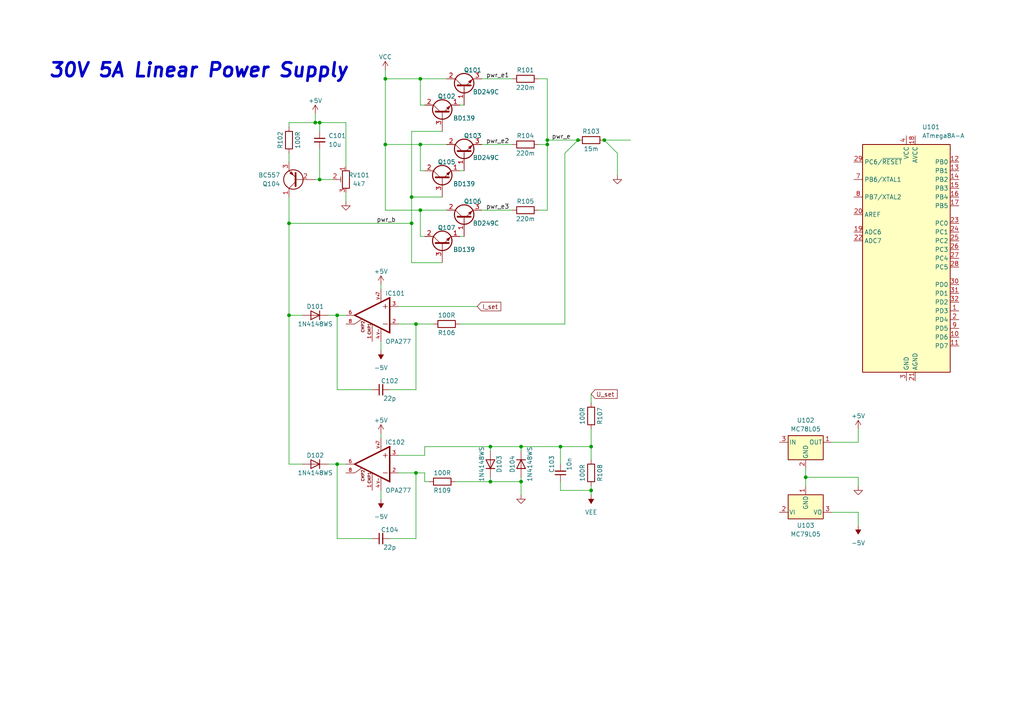
<source format=kicad_sch>
(kicad_sch (version 20211123) (generator eeschema)
  (paper "A4")
  (title_block (title "30V 5A Linear Power Supply") (date "2024-02-20") (rev "1.0") (company "Dominik Workshop"))
  (lib_symbols
    (symbol "Device:C_Small" (pin_numbers hide) (pin_names (offset 0.254) hide)
      (property "Reference" "C" (at 0.254 1.778 0))
      (property "Value" "C_Small" (at 0.254 -2.032 0))
      (symbol "C_Small_0_1"
        (polyline (pts (xy -1.524 -0.508) (xy 1.524 -0.508)) (stroke (width 0.3302)))
        (polyline (pts (xy -1.524 0.508) (xy 1.524 0.508)) (stroke (width 0.3048)))
      )
      (symbol "C_Small_1_1"
        (pin passive line (at 0 2.54 270) (length 2.032) (name "~") (number "1"))
        (pin passive line (at 0 -2.54 90) (length 2.032) (name "~") (number "2"))
      )
    )
    (symbol "Device:R" (pin_numbers hide) (pin_names (offset 0))
      (property "Reference" "R" (at 2.032 0 90))
      (property "Value" "R" (at 0 0 90))
      (symbol "R_0_1"
        (rectangle (start -1.016 -2.54) (end 1.016 2.54) (stroke (width 0.254)))
      )
      (symbol "R_1_1"
        (pin passive line (at 0 3.81 270) (length 1.27) (name "~") (number "1"))
        (pin passive line (at 0 -3.81 90) (length 1.27) (name "~") (number "2"))
      )
    )
    (symbol "Device:R_Potentiometer_Trim" (pin_names (offset 1.016) hide)
      (property "Reference" "RV" (at -4.445 0 90))
      (property "Value" "R_Potentiometer_Trim" (at -2.54 0 90))
      (symbol "R_Potentiometer_Trim_0_1"
        (polyline (pts (xy 1.524 0.762) (xy 1.524 -0.762)))
        (polyline (pts (xy 2.54 0) (xy 1.524 0)))
        (rectangle (start 1.016 2.54) (end -1.016 -2.54) (stroke (width 0.254)))
      )
      (symbol "R_Potentiometer_Trim_1_1"
        (pin passive line (at 0 3.81 270) (length 1.27) (name "1") (number "1"))
        (pin passive line (at 3.81 0 180) (length 1.27) (name "2") (number "2"))
        (pin passive line (at 0 -3.81 90) (length 1.27) (name "3") (number "3"))
      )
    )
    (symbol "Diode:1N4148WS" (pin_numbers hide) (pin_names hide)
      (property "Reference" "D" (at 0 2.54 0))
      (property "Value" "1N4148WS" (at 0 -2.54 0))
      (symbol "1N4148WS_0_1"
        (polyline (pts (xy -1.27 1.27) (xy -1.27 -1.27)) (stroke (width 0.254)))
        (polyline (pts (xy 1.27 0) (xy -1.27 0)))
        (polyline (pts (xy 1.27 1.27) (xy 1.27 -1.27) (xy -1.27 0) (xy 1.27 1.27)) (stroke (width 0.254)))
      )
      (symbol "1N4148WS_1_1"
        (pin passive line (at -3.81 0 0) (length 2.54) (name "K") (number "1"))
        (pin passive line (at 3.81 0 180) (length 2.54) (name "A") (number "2"))
      )
    )
    (symbol "MCU_Microchip_ATmega:ATmega8A-A"
      (property "Reference" "U" (at -12.7 34.29 0))
      (property "Value" "ATmega8A-A" (at 5.08 -34.29 0))
      (symbol "ATmega8A-A_0_1"
        (rectangle (start -12.7 -33.02) (end 12.7 33.02) (stroke (width 0.254)) (fill (type background)))
      )
      (symbol "ATmega8A-A_1_1"
        (pin bidirectional line (at 15.24 -15.24 180) (length 2.54) (name "PD3") (number "1"))
        (pin bidirectional line (at 15.24 -22.86 180) (length 2.54) (name "PD6") (number "10"))
        (pin bidirectional line (at 15.24 -25.4 180) (length 2.54) (name "PD7") (number "11"))
        (pin bidirectional line (at 15.24 27.94 180) (length 2.54) (name "PB0") (number "12"))
        (pin bidirectional line (at 15.24 25.4 180) (length 2.54) (name "PB1") (number "13"))
        (pin bidirectional line (at 15.24 22.86 180) (length 2.54) (name "PB2") (number "14"))
        (pin bidirectional line (at 15.24 20.32 180) (length 2.54) (name "PB3") (number "15"))
        (pin bidirectional line (at 15.24 17.78 180) (length 2.54) (name "PB4") (number "16"))
        (pin bidirectional line (at 15.24 15.24 180) (length 2.54) (name "PB5") (number "17"))
        (pin power_in line (at 2.54 35.56 270) (length 2.54) (name "AVCC") (number "18"))
        (pin input line (at -15.24 7.62 0) (length 2.54) (name "ADC6") (number "19"))
        (pin bidirectional line (at 15.24 -17.78 180) (length 2.54) (name "PD4") (number "2"))
        (pin passive line (at -15.24 12.7 0) (length 2.54) (name "AREF") (number "20"))
        (pin power_in line (at 2.54 -35.56 90) (length 2.54) (name "AGND") (number "21"))
        (pin input line (at -15.24 5.08 0) (length 2.54) (name "ADC7") (number "22"))
        (pin bidirectional line (at 15.24 10.16 180) (length 2.54) (name "PC0") (number "23"))
        (pin bidirectional line (at 15.24 7.62 180) (length 2.54) (name "PC1") (number "24"))
        (pin bidirectional line (at 15.24 5.08 180) (length 2.54) (name "PC2") (number "25"))
        (pin bidirectional line (at 15.24 2.54 180) (length 2.54) (name "PC3") (number "26"))
        (pin bidirectional line (at 15.24 0 180) (length 2.54) (name "PC4") (number "27"))
        (pin bidirectional line (at 15.24 -2.54 180) (length 2.54) (name "PC5") (number "28"))
        (pin bidirectional line (at -15.24 27.94 0) (length 2.54) (name "PC6/~{RESET}") (number "29"))
        (pin power_in line (at 0 -35.56 90) (length 2.54) (name "GND") (number "3"))
        (pin bidirectional line (at 15.24 -7.62 180) (length 2.54) (name "PD0") (number "30"))
        (pin bidirectional line (at 15.24 -10.16 180) (length 2.54) (name "PD1") (number "31"))
        (pin bidirectional line (at 15.24 -12.7 180) (length 2.54) (name "PD2") (number "32"))
        (pin power_in line (at 0 35.56 270) (length 2.54) (name "VCC") (number "4"))
        (pin passive line (at 0 -35.56 90) (length 2.54) hide (name "GND") (number "5"))
        (pin passive line (at 0 35.56 270) (length 2.54) hide (name "VCC") (number "6"))
        (pin bidirectional line (at -15.24 22.86 0) (length 2.54) (name "PB6/XTAL1") (number "7"))
        (pin bidirectional line (at -15.24 17.78 0) (length 2.54) (name "PB7/XTAL2") (number "8"))
        (pin bidirectional line (at 15.24 -20.32 180) (length 2.54) (name "PD5") (number "9"))
      )
    )
    (symbol "OPA277:OPA277" (pin_names (offset 1.016))
      (property "Reference" "IC" (at 2.54 3.175 0))
      (property "Value" "OPA277" (at 2.54 -7.62 0))
      (symbol "OPA277_0_0"
        (polyline (pts (xy -5.08 -5.08) (xy 5.08 0)) (stroke (width 0.4064)))
        (polyline (pts (xy -5.08 5.08) (xy -5.08 -5.08)) (stroke (width 0.4064)))
        (polyline (pts (xy -4.445 -2.54) (xy -3.175 -2.54)) (stroke (width 0.1524)))
        (polyline (pts (xy -4.445 2.54) (xy -3.175 2.54)) (stroke (width 0.1524)))
        (polyline (pts (xy -3.81 3.175) (xy -3.81 1.905)) (stroke (width 0.1524)))
        (polyline (pts (xy -2.54 -3.8862) (xy -2.54 -5.08)) (stroke (width 0.1524)))
        (polyline (pts (xy -2.54 5.08) (xy -2.54 3.8862)) (stroke (width 0.1524)))
        (polyline (pts (xy 0 -2.6162) (xy 0 -5.08)) (stroke (width 0.1524)))
        (polyline (pts (xy 5.08 -2.54) (xy 3.0226 -1.1176)) (stroke (width 0.1524)))
        (polyline (pts (xy 5.08 0) (xy -5.08 5.08)) (stroke (width 0.4064)))
        (text "CMP1" (at 1.27 -5.715 900) (effects (font (size 0.8128 0.8128)) (justify left bottom)))
        (text "CMP2" (at 3.175 -5.08 900) (effects (font (size 0.8128 0.8128)) (justify left bottom)))
        (text "V+" (at -1.27 4.445 900) (effects (font (size 0.8128 0.8128)) (justify left bottom)))
        (text "V-" (at -1.27 -5.715 900) (effects (font (size 0.8128 0.8128)) (justify left bottom)))
        (pin passive line (at 0 -7.62 90) (length 2.54) (name "~") (number "1"))
        (pin input line (at -7.62 -2.54 0) (length 2.54) (name "~") (number "2"))
        (pin input line (at -7.62 2.54 0) (length 2.54) (name "~") (number "3"))
        (pin power_in line (at -2.54 -7.62 90) (length 2.54) (name "~") (number "4"))
        (pin output line (at 7.62 0 180) (length 2.54) (name "~") (number "6"))
        (pin power_in line (at -2.54 7.62 270) (length 2.54) (name "~") (number "7"))
        (pin passive line (at 7.62 -2.54 180) (length 2.54) (name "~") (number "8"))
      )
    )
    (symbol "Regulator_Linear:L78L05_SOT89" (pin_names (offset 0.254))
      (property "Reference" "U" (at -3.81 3.175 0))
      (property "Value" "L78L05_SOT89" (at -0.635 3.175 0))
      (symbol "L78L05_SOT89_0_1"
        (rectangle (start -5.08 1.905) (end 5.08 -5.08) (stroke (width 0.254)) (fill (type background)))
      )
      (symbol "L78L05_SOT89_1_1"
        (pin power_out line (at 7.62 0 180) (length 2.54) (name "OUT") (number "1"))
        (pin power_in line (at 0 -7.62 90) (length 2.54) (name "GND") (number "2"))
        (pin power_in line (at -7.62 0 0) (length 2.54) (name "IN") (number "3"))
      )
    )
    (symbol "Regulator_Linear:L79L05_SOT89" (pin_names (offset 0.254))
      (property "Reference" "U" (at -3.81 -3.175 0))
      (property "Value" "L79L05_SOT89" (at 0 -3.175 0))
      (symbol "L79L05_SOT89_0_1"
        (rectangle (start -5.08 5.08) (end 5.08 -1.905) (stroke (width 0.254)) (fill (type background)))
      )
      (symbol "L79L05_SOT89_1_1"
        (pin power_in line (at 0 7.62 270) (length 2.54) (name "GND") (number "1"))
        (pin power_in line (at -7.62 0 0) (length 2.54) (name "VI") (number "2"))
        (pin power_out line (at 7.62 0 180) (length 2.54) (name "VO") (number "3"))
      )
    )
    (symbol "Transistor_BJT:BC557" (pin_names (offset 0) hide)
      (property "Reference" "Q" (at 5.08 1.905 0))
      (property "Value" "BC557" (at 5.08 0 0))
      (symbol "BC557_0_1"
        (polyline (pts (xy 0.635 0.635) (xy 2.54 2.54)))
        (polyline (pts (xy 0.635 -0.635) (xy 2.54 -2.54) (xy 2.54 -2.54)))
        (polyline (pts (xy 0.635 1.905) (xy 0.635 -1.905) (xy 0.635 -1.905)) (stroke (width 0.508)))
        (polyline (pts (xy 2.286 -1.778) (xy 1.778 -2.286) (xy 1.27 -1.27) (xy 2.286 -1.778) (xy 2.286 -1.778)) (fill (type outline)))
        (circle (center 1.27 0) (radius 2.8194) (stroke (width 0.254)))
      )
      (symbol "BC557_1_1"
        (pin passive line (at 2.54 5.08 270) (length 2.54) (name "C") (number "1"))
        (pin input line (at -5.08 0 0) (length 5.715) (name "B") (number "2"))
        (pin passive line (at 2.54 -5.08 90) (length 2.54) (name "E") (number "3"))
      )
    )
    (symbol "Transistor_BJT:BD139" (pin_names (offset 0) hide)
      (property "Reference" "Q" (at 5.08 1.905 0))
      (property "Value" "BD139" (at 5.08 0 0))
      (symbol "BD139_0_1"
        (polyline (pts (xy 0 0) (xy 0.635 0)))
        (polyline (pts (xy 2.54 -2.54) (xy 0.635 -0.635)))
        (polyline (pts (xy 2.54 2.54) (xy 0.635 0.635)))
        (polyline (pts (xy 0.635 1.905) (xy 0.635 -1.905) (xy 0.635 -1.905)) (stroke (width 0.508)) (fill (type outline)))
        (polyline (pts (xy 1.2446 -1.778) (xy 1.7526 -1.27) (xy 2.286 -2.286) (xy 1.2446 -1.778) (xy 1.2446 -1.778)) (fill (type outline)))
        (circle (center 1.27 0) (radius 2.8194) (stroke (width 0.3048)))
      )
      (symbol "BD139_1_1"
        (pin passive line (at 2.54 -5.08 90) (length 2.54) (name "E") (number "1"))
        (pin passive line (at 2.54 5.08 270) (length 2.54) (name "C") (number "2"))
        (pin input line (at -5.08 0 0) (length 5.08) (name "B") (number "3"))
      )
    )
    (symbol "Transistor_BJT:BD249C" (pin_names (offset 0) hide)
      (property "Reference" "Q" (at 6.35 1.905 0))
      (property "Value" "BD249C" (at 6.35 0 0))
      (symbol "BD249C_0_1"
        (polyline (pts (xy 0 0) (xy 0.635 0)))
        (polyline (pts (xy 2.54 2.54) (xy 0.635 0.635)))
        (polyline (pts (xy 0.635 1.905) (xy 0.635 -1.905) (xy 0.635 -1.905)) (stroke (width 0.508)))
        (polyline (pts (xy 2.286 -2.286) (xy 1.778 -1.778) (xy 1.778 -1.778)))
        (polyline (pts (xy 2.54 -2.54) (xy 0.635 -0.635) (xy 1.27 -1.27)) (fill (type outline)))
        (polyline (pts (xy 1.27 -1.778) (xy 1.778 -1.27) (xy 2.286 -2.286) (xy 1.27 -1.778) (xy 1.27 -1.778)) (fill (type outline)))
        (circle (center 1.27 0) (radius 2.8194) (stroke (width 0.3048)))
      )
      (symbol "BD249C_1_1"
        (pin input line (at -5.08 0 0) (length 5.08) (name "B") (number "1"))
        (pin passive line (at 2.54 5.08 270) (length 2.54) (name "C") (number "2"))
        (pin passive line (at 2.54 -5.08 90) (length 2.54) (name "E") (number "3"))
      )
    )
    (symbol "power:+5V" (power) (pin_names (offset 0))
      (property "Value" "+5V" (at 0 3.556 0))
      (symbol "+5V_0_1"
        (polyline (pts (xy -0.762 1.27) (xy 0 2.54)))
        (polyline (pts (xy 0 0) (xy 0 2.54)))
        (polyline (pts (xy 0 2.54) (xy 0.762 1.27)))
      )
      (symbol "+5V_1_1"
        (pin power_in line (at 0 0 90) (length 0) hide (name "+5V") (number "1"))
      )
    )
    (symbol "power:-5V" (power) (pin_names (offset 0))
      (property "Value" "-5V" (at 0 3.81 0))
      (symbol "-5V_0_0"
        (pin power_in line (at 0 0 90) (length 0) hide (name "-5V") (number "1"))
      )
      (symbol "-5V_0_1"
        (polyline (pts (xy 0 0) (xy 0 1.27) (xy 0.762 1.27) (xy 0 2.54) (xy -0.762 1.27) (xy 0 1.27)) (fill (type outline)))
      )
    )
    (symbol "power:GND" (power) (pin_names (offset 0))
      (property "Value" "GND" (at 0 -3.81 0))
      (symbol "GND_0_1"
        (polyline (pts (xy 0 0) (xy 0 -1.27) (xy 1.27 -1.27) (xy 0 -2.54) (xy -1.27 -1.27) (xy 0 -1.27)))
      )
      (symbol "GND_1_1"
        (pin power_in line (at 0 0 270) (length 0) hide (name "GND") (number "1"))
      )
    )
    (symbol "power:VCC" (power) (pin_names (offset 0))
      (property "Value" "VCC" (at 0 3.81 0))
      (symbol "VCC_0_1"
        (polyline (pts (xy -0.762 1.27) (xy 0 2.54)))
        (polyline (pts (xy 0 0) (xy 0 2.54)))
        (polyline (pts (xy 0 2.54) (xy 0.762 1.27)))
      )
      (symbol "VCC_1_1"
        (pin power_in line (at 0 0 90) (length 0) hide (name "VCC") (number "1"))
      )
    )
    (symbol "power:VEE" (power) (pin_names (offset 0))
      (property "Value" "VEE" (at 0 3.81 0))
      (symbol "VEE_0_1"
        (polyline (pts (xy 0 0) (xy 0 2.54)))
        (polyline (pts (xy 0.762 1.27) (xy -0.762 1.27) (xy 0 2.54) (xy 0.762 1.27)) (fill (type outline)))
      )
      (symbol "VEE_1_1"
        (pin power_in line (at 0 0 90) (length 0) hide (name "VEE") (number "1"))
      )
    )
  )
  (junction (at 142.24 139.7))
  (junction (at 83.82 91.44))
  (junction (at 111.76 22.86))
  (junction (at 92.71 35.56))
  (junction (at 162.56 129.54))
  (junction (at 121.92 22.86))
  (junction (at 121.92 41.91))
  (junction (at 171.45 129.54))
  (junction (at 97.79 91.44))
  (junction (at 175.26 40.64))
  (junction (at 142.24 129.54))
  (junction (at 171.45 142.24))
  (junction (at 151.13 129.54))
  (junction (at 92.71 52.07))
  (junction (at 91.44 35.56))
  (junction (at 97.79 134.62))
  (junction (at 111.76 41.91))
  (junction (at 120.65 93.98))
  (junction (at 233.68 138.43))
  (junction (at 158.75 40.64))
  (junction (at 119.38 64.77))
  (junction (at 167.64 40.64))
  (junction (at 83.82 64.77))
  (junction (at 151.13 139.7))
  (junction (at 121.92 60.96))
  (junction (at 119.38 57.15))
  (junction (at 120.65 137.16))
  (junction (at 158.75 41.91))
  (wire (pts (xy 171.45 140.97) (xy 171.45 142.24)))
  (wire (pts (xy 100.33 58.42) (xy 100.33 55.88)))
  (wire (pts (xy 120.65 93.98) (xy 125.73 93.98)))
  (wire (pts (xy 115.57 137.16) (xy 120.65 137.16)))
  (wire (pts (xy 87.63 91.44) (xy 83.82 91.44)))
  (wire (pts (xy 121.92 49.53) (xy 123.19 49.53)))
  (wire (pts (xy 121.92 22.86) (xy 129.54 22.86)))
  (wire (pts (xy 83.82 35.56) (xy 91.44 35.56)))
  (wire (pts (xy 151.13 139.7) (xy 151.13 143.51)))
  (wire (pts (xy 120.65 113.03) (xy 120.65 93.98)))
  (wire (pts (xy 233.68 138.43) (xy 248.92 138.43)))
  (wire (pts (xy 151.13 129.54) (xy 151.13 130.81)))
  (wire (pts (xy 248.92 140.97) (xy 248.92 138.43)))
  (wire (pts (xy 171.45 142.24) (xy 171.45 143.51)))
  (wire (pts (xy 97.79 134.62) (xy 100.33 134.62)))
  (wire (pts (xy 83.82 64.77) (xy 119.38 64.77)))
  (wire (pts (xy 142.24 139.7) (xy 151.13 139.7)))
  (wire (pts (xy 83.82 57.15) (xy 83.82 64.77)))
  (wire (pts (xy 123.19 137.16) (xy 123.19 139.7)))
  (wire (pts (xy 151.13 138.43) (xy 151.13 139.7)))
  (wire (pts (xy 123.19 139.7) (xy 124.46 139.7)))
  (wire (pts (xy 111.76 41.91) (xy 111.76 60.96)))
  (wire (pts (xy 97.79 156.21) (xy 97.79 134.62)))
  (wire (pts (xy 97.79 91.44) (xy 100.33 91.44)))
  (wire (pts (xy 179.07 44.45) (xy 179.07 50.8)))
  (wire (pts (xy 139.7 41.91) (xy 148.59 41.91)))
  (wire (pts (xy 142.24 138.43) (xy 142.24 139.7)))
  (wire (pts (xy 111.76 22.86) (xy 111.76 41.91)))
  (wire (pts (xy 156.21 41.91) (xy 158.75 41.91)))
  (wire (pts (xy 111.76 22.86) (xy 121.92 22.86)))
  (wire (pts (xy 248.92 148.59) (xy 248.92 152.4)))
  (wire (pts (xy 133.35 49.53) (xy 134.62 49.53)))
  (wire (pts (xy 119.38 38.1) (xy 119.38 57.15)))
  (wire (pts (xy 83.82 36.83) (xy 83.82 35.56)))
  (wire (pts (xy 142.24 129.54) (xy 142.24 130.81)))
  (wire (pts (xy 115.57 88.9) (xy 138.43 88.9)))
  (wire (pts (xy 97.79 113.03) (xy 97.79 91.44)))
  (wire (pts (xy 158.75 41.91) (xy 158.75 60.96)))
  (wire (pts (xy 123.19 132.08) (xy 123.19 129.54)))
  (wire (pts (xy 162.56 129.54) (xy 162.56 134.62)))
  (wire (pts (xy 120.65 156.21) (xy 120.65 137.16)))
  (wire (pts (xy 162.56 139.7) (xy 162.56 142.24)))
  (wire (pts (xy 123.19 129.54) (xy 142.24 129.54)))
  (wire (pts (xy 110.49 82.55) (xy 110.49 83.82)))
  (wire (pts (xy 119.38 57.15) (xy 119.38 64.77)))
  (wire (pts (xy 121.92 60.96) (xy 129.54 60.96)))
  (wire (pts (xy 121.92 41.91) (xy 121.92 49.53)))
  (wire (pts (xy 163.83 44.45) (xy 163.83 93.98)))
  (wire (pts (xy 91.44 33.02) (xy 91.44 35.56)))
  (wire (pts (xy 156.21 60.96) (xy 158.75 60.96)))
  (wire (pts (xy 121.92 68.58) (xy 123.19 68.58)))
  (wire (pts (xy 113.03 156.21) (xy 120.65 156.21)))
  (wire (pts (xy 128.27 57.15) (xy 119.38 57.15)))
  (wire (pts (xy 171.45 124.46) (xy 171.45 129.54)))
  (wire (pts (xy 233.68 135.89) (xy 233.68 138.43)))
  (wire (pts (xy 111.76 20.32) (xy 111.76 22.86)))
  (wire (pts (xy 128.27 38.1) (xy 119.38 38.1)))
  (wire (pts (xy 171.45 129.54) (xy 171.45 133.35)))
  (wire (pts (xy 119.38 64.77) (xy 119.38 76.2)))
  (wire (pts (xy 175.26 40.64) (xy 182.88 40.64)))
  (wire (pts (xy 121.92 22.86) (xy 121.92 30.48)))
  (wire (pts (xy 121.92 41.91) (xy 129.54 41.91)))
  (wire (pts (xy 139.7 60.96) (xy 148.59 60.96)))
  (wire (pts (xy 83.82 44.45) (xy 83.82 46.99)))
  (wire (pts (xy 158.75 40.64) (xy 158.75 41.91)))
  (wire (pts (xy 95.25 91.44) (xy 97.79 91.44)))
  (wire (pts (xy 139.7 22.86) (xy 148.59 22.86)))
  (wire (pts (xy 83.82 134.62) (xy 87.63 134.62)))
  (wire (pts (xy 158.75 40.64) (xy 167.64 40.64)))
  (wire (pts (xy 156.21 22.86) (xy 158.75 22.86)))
  (wire (pts (xy 162.56 129.54) (xy 171.45 129.54)))
  (wire (pts (xy 171.45 114.3) (xy 171.45 116.84)))
  (wire (pts (xy 91.44 52.07) (xy 92.71 52.07)))
  (wire (pts (xy 167.64 40.64) (xy 163.83 44.45)))
  (wire (pts (xy 115.57 132.08) (xy 123.19 132.08)))
  (wire (pts (xy 121.92 60.96) (xy 121.92 68.58)))
  (wire (pts (xy 120.65 93.98) (xy 115.57 93.98)))
  (wire (pts (xy 110.49 142.24) (xy 110.49 144.78)))
  (wire (pts (xy 233.68 138.43) (xy 233.68 140.97)))
  (wire (pts (xy 142.24 129.54) (xy 151.13 129.54)))
  (wire (pts (xy 91.44 35.56) (xy 92.71 35.56)))
  (wire (pts (xy 92.71 43.18) (xy 92.71 52.07)))
  (wire (pts (xy 241.3 128.27) (xy 248.92 128.27)))
  (wire (pts (xy 248.92 124.46) (xy 248.92 128.27)))
  (wire (pts (xy 162.56 142.24) (xy 171.45 142.24)))
  (wire (pts (xy 110.49 125.73) (xy 110.49 127)))
  (wire (pts (xy 92.71 35.56) (xy 92.71 38.1)))
  (wire (pts (xy 158.75 22.86) (xy 158.75 40.64)))
  (wire (pts (xy 95.25 134.62) (xy 97.79 134.62)))
  (wire (pts (xy 113.03 113.03) (xy 120.65 113.03)))
  (wire (pts (xy 120.65 137.16) (xy 123.19 137.16)))
  (wire (pts (xy 110.49 99.06) (xy 110.49 101.6)))
  (wire (pts (xy 100.33 35.56) (xy 100.33 48.26)))
  (wire (pts (xy 132.08 139.7) (xy 142.24 139.7)))
  (wire (pts (xy 107.95 113.03) (xy 97.79 113.03)))
  (wire (pts (xy 121.92 30.48) (xy 123.19 30.48)))
  (wire (pts (xy 107.95 156.21) (xy 97.79 156.21)))
  (wire (pts (xy 241.3 148.59) (xy 248.92 148.59)))
  (wire (pts (xy 83.82 91.44) (xy 83.82 134.62)))
  (wire (pts (xy 83.82 64.77) (xy 83.82 91.44)))
  (wire (pts (xy 151.13 129.54) (xy 162.56 129.54)))
  (wire (pts (xy 175.26 40.64) (xy 179.07 44.45)))
  (wire (pts (xy 92.71 52.07) (xy 96.52 52.07)))
  (wire (pts (xy 121.92 60.96) (xy 111.76 60.96)))
  (wire (pts (xy 133.35 30.48) (xy 134.62 30.48)))
  (wire (pts (xy 111.76 41.91) (xy 121.92 41.91)))
  (wire (pts (xy 92.71 35.56) (xy 100.33 35.56)))
  (wire (pts (xy 128.27 76.2) (xy 119.38 76.2)))
  (wire (pts (xy 133.35 68.58) (xy 134.62 68.58)))
  (wire (pts (xy 133.35 93.98) (xy 163.83 93.98)))
  (text "30V 5A Linear Power Supply" (at 13.97 22.86 0) (effects (font (size 4 4) (thickness 0.8) bold italic) (justify left bottom)))
  (label "pwr_e2" (at 140.97 41.91 0))
  (label "pwr_e" (at 160.02 40.64 0))
  (label "pwr_e3" (at 140.97 60.96 0))
  (label "pwr_e1" (at 140.97 22.86 0))
  (label "pwr_b" (at 109.22 64.77 0))
  (global_label "I_set" (shape input) (at 138.43 88.9 0) (property "Intersheet References" "${INTERSHEET_REFS}" (effects hide)))
  (global_label "U_set" (shape input) (at 171.45 114.3 0) (property "Intersheet References" "${INTERSHEET_REFS}" (effects hide)))
  (symbol (lib_id "power:GND") (at 151.13 143.51 0) (unit 1)
    (property "Reference" "#PWR0110" (effects hide))
    (property "Value" "GND" (effects hide))
  )
  (symbol (lib_id "Regulator_Linear:L79L05_SOT89") (at 233.68 148.59 0) (unit 1)
    (property "Reference" "U103" (at 233.68 152.4 0))
    (property "Value" "MC79L05" (at 233.68 154.94 0))
    (property "Footprint" "Package_TO_SOT_SMD:SOT-89-3" (effects hide))
    (property "Datasheet" "https://www.tme.eu/Document/5d1c22241542323f20fb4272bdd74efd/MC79L05F.pdf" (effects hide))
  )
  (symbol (lib_id "Transistor_BJT:BD139") (at 128.27 52.07 90) (unit 1)
    (property "Reference" "Q105" (at 129.54 46.99 90))
    (property "Value" "BD139" (at 134.62 53.34 90))
    (property "Footprint" "Package_TO_SOT_THT:TO-126-3_Horizontal_TabUp" (effects hide))
    (property "Datasheet" "http://www.st.com/internet/com/TECHNICAL_RESOURCES/TECHNICAL_LITERATURE/DATASHEET/CD00001225.pdf" (effects hide))
  )
  (symbol (lib_id "power:GND") (at 100.33 58.42 0) (unit 1)
    (property "Reference" "#PWR0104" (effects hide))
    (property "Value" "GND" (effects hide))
  )
  (symbol (lib_id "Device:R") (at 171.45 40.64 90) (unit 1)
    (property "Reference" "R103" (at 171.45 38.1 90))
    (property "Value" "15m" (at 171.45 43.18 90))
    (property "Footprint" "Resistor_SMD:R_2512_6332Metric" (effects hide))
    (property "Datasheet" "https://www.tme.eu/Document/e533e0790fbee92176cef9c240f9080f/LRP%20REV.A3-160715.pdf" (effects hide))
    (property "MPN" "LRP12FTDRR015" (effects hide))
    (property "TCR" "50ppm/C" (effects hide))
    (property "Tolerance" "1%" (effects hide))
    (property "Power rating" "3W" (effects hide))
  )
  (symbol (lib_id "Diode:1N4148WS") (at 91.44 91.44 180) (unit 1)
    (property "Reference" "D101" (at 91.44 88.9 0))
    (property "Value" "1N4148WS" (at 91.44 93.98 0))
    (property "Footprint" "Diode_SMD:D_SOD-323" (effects hide))
    (property "Datasheet" "https://www.vishay.com/docs/85751/1n4148ws.pdf" (effects hide))
  )
  (symbol (lib_id "power:VCC") (at 111.76 20.32 0) (unit 1)
    (property "Reference" "#PWR0101" (effects hide))
    (property "Value" "VCC" (at 111.76 16.51 0))
  )
  (symbol (lib_id "Device:R") (at 83.82 40.64 180) (unit 1)
    (property "Reference" "R102" (at 81.28 40.64 90))
    (property "Value" "100R" (at 86.36 40.64 90))
    (property "Footprint" "Resistor_SMD:R_0603_1608Metric" (effects hide))
  )
  (symbol (lib_id "Diode:1N4148WS") (at 91.44 134.62 180) (unit 1)
    (property "Reference" "D102" (at 91.44 132.08 0))
    (property "Value" "1N4148WS" (at 91.44 137.16 0))
    (property "Footprint" "Diode_SMD:D_SOD-323" (effects hide))
    (property "Datasheet" "https://www.vishay.com/docs/85751/1n4148ws.pdf" (effects hide))
  )
  (symbol (lib_id "Device:C_Small") (at 110.49 113.03 90) (unit 1)
    (property "Reference" "C102" (at 113.03 110.49 90))
    (property "Value" "22p" (at 113.03 115.57 90))
    (property "Footprint" "Resistor_SMD:R_0603_1608Metric" (effects hide))
  )
  (symbol (lib_id "power:+5V") (at 110.49 125.73 0) (unit 1)
    (property "Reference" "#PWR0108" (effects hide))
    (property "Value" "+5V" (at 110.49 121.92 0))
  )
  (symbol (lib_id "Transistor_BJT:BC557") (at 86.36 52.07 180) (unit 1)
    (property "Reference" "Q104" (at 81.28 53.3401 0) (effects (justify left)))
    (property "Value" "BC557" (at 81.28 50.8001 0) (effects (justify left)))
    (property "Footprint" "Package_TO_SOT_SMD:SOT-23" (effects hide))
    (property "Datasheet" "https://www.onsemi.com/pub/Collateral/BC556BTA-D.pdf" (effects hide))
  )
  (symbol (lib_id "Transistor_BJT:BD249C") (at 134.62 25.4 90) (unit 1)
    (property "Reference" "Q101" (at 139.7 20.32 90) (effects (justify left)))
    (property "Value" "BD249C" (at 144.78 26.67 90) (effects (justify left)))
    (property "Footprint" "Package_TO_SOT_THT:TO-247-3_Horizontal_TabUp" (effects hide))
    (property "Datasheet" "http://www.mospec.com.tw/pdf/power/BD249.pdf" (effects hide))
  )
  (symbol (lib_id "Regulator_Linear:L78L05_SOT89") (at 233.68 128.27 0) (unit 1)
    (property "Reference" "U102" (at 233.68 121.92 0))
    (property "Value" "MC78L05" (at 233.68 124.46 0))
    (property "Footprint" "Package_TO_SOT_SMD:SOT-89-3" (effects hide))
  )
  (symbol (lib_id "Device:R") (at 152.4 41.91 90) (unit 1)
    (property "Reference" "R104" (at 152.4 39.37 90))
    (property "Value" "220m" (at 152.4 44.45 90))
    (property "Footprint" "Resistor_THT:R_Axial_DIN0414_L11.9mm_D4.5mm_P15.24mm_Horizontal" (effects hide))
  )
  (symbol (lib_id "OPA277:OPA277") (at 107.95 91.44 0) (mirror y) (unit 1)
    (property "Reference" "IC101" (at 111.76 85.09 0) (effects (justify right)))
    (property "Value" "OPA277" (at 111.76 99.06 0) (effects (justify right)))
    (property "Footprint" "OPA277:SO08" (effects hide))
    (property "MF" "Texas Instruments" (effects hide))
    (property "Description" "Op Amp Single Low Offset Voltage Amplifier ±18V 8-Pin" (effects hide))
    (property "MP" "OPA277" (effects hide))
  )
  (symbol (lib_id "Diode:1N4148WS") (at 142.24 134.62 90) (unit 1)
    (property "Reference" "D103" (at 144.78 134.62 0))
    (property "Value" "1N4148WS" (at 139.7 134.62 0))
    (property "Footprint" "Diode_SMD:D_SOD-323" (effects hide))
    (property "Datasheet" "https://www.vishay.com/docs/85751/1n4148ws.pdf" (effects hide))
  )
  (symbol (lib_id "power:GND") (at 179.07 50.8 0) (unit 1)
    (property "Reference" "#PWR0103" (effects hide))
    (property "Value" "GND" (effects hide))
  )
  (symbol (lib_id "power:-5V") (at 248.92 152.4 180) (unit 1)
    (property "Reference" "#PWR0113" (effects hide))
    (property "Value" "-5V" (at 248.92 157.48 0))
  )
  (symbol (lib_id "power:-5V") (at 110.49 101.6 180) (unit 1)
    (property "Reference" "#PWR0106" (effects hide))
    (property "Value" "-5V" (at 110.49 106.68 0))
  )
  (symbol (lib_id "power:+5V") (at 248.92 124.46 0) (unit 1)
    (property "Reference" "#PWR0107" (effects hide))
    (property "Value" "+5V" (at 248.92 120.65 0))
  )
  (symbol (lib_id "Device:R_Potentiometer_Trim") (at 100.33 52.07 0) (mirror y) (unit 1)
    (property "Reference" "RV101" (at 104.14 50.8 0))
    (property "Value" "4k7" (at 104.14 53.34 0))
    (property "Footprint" "Potentiometer_THT:Potentiometer_Vishay_T73YP_Vertical" (effects hide))
  )
  (symbol (lib_id "Device:R") (at 128.27 139.7 270) (unit 1)
    (property "Reference" "R109" (at 128.27 142.24 90))
    (property "Value" "100R" (at 128.27 137.16 90))
    (property "Footprint" "Resistor_SMD:R_0603_1608Metric" (effects hide))
  )
  (symbol (lib_id "power:-5V") (at 110.49 144.78 180) (unit 1)
    (property "Reference" "#PWR0112" (effects hide))
    (property "Value" "-5V" (at 110.49 149.86 0))
  )
  (symbol (lib_id "power:+5V") (at 110.49 82.55 0) (unit 1)
    (property "Reference" "#PWR0105" (effects hide))
    (property "Value" "+5V" (at 110.49 78.74 0))
  )
  (symbol (lib_id "power:VEE") (at 171.45 143.51 180) (unit 1)
    (property "Reference" "#PWR0111" (effects hide))
    (property "Value" "VEE" (at 171.45 148.59 0))
  )
  (symbol (lib_id "Device:R") (at 152.4 60.96 90) (unit 1)
    (property "Reference" "R105" (at 152.4 58.42 90))
    (property "Value" "220m" (at 152.4 63.5 90))
    (property "Footprint" "Resistor_THT:R_Axial_DIN0414_L11.9mm_D4.5mm_P15.24mm_Horizontal" (effects hide))
  )
  (symbol (lib_id "Device:C_Small") (at 162.56 137.16 180) (unit 1)
    (property "Reference" "C103" (at 160.02 134.62 90))
    (property "Value" "10n" (at 165.1 134.62 90))
    (property "Footprint" "Capacitor_SMD:C_0603_1608Metric" (effects hide))
  )
  (symbol (lib_id "Device:R") (at 171.45 137.16 0) (unit 1)
    (property "Reference" "R108" (at 173.99 137.16 90))
    (property "Value" "100R" (at 168.91 137.16 90))
    (property "Footprint" "Resistor_SMD:R_0603_1608Metric" (effects hide))
  )
  (symbol (lib_id "power:GND") (at 248.92 140.97 0) (unit 1)
    (property "Reference" "#PWR0109" (effects hide))
    (property "Value" "GND" (effects hide))
  )
  (symbol (lib_id "Transistor_BJT:BD249C") (at 134.62 44.45 90) (unit 1)
    (property "Reference" "Q103" (at 139.7 39.37 90) (effects (justify left)))
    (property "Value" "BD249C" (at 144.78 45.72 90) (effects (justify left)))
    (property "Footprint" "Package_TO_SOT_THT:TO-247-3_Horizontal_TabUp" (effects hide))
    (property "Datasheet" "http://www.mospec.com.tw/pdf/power/BD249.pdf" (effects hide))
  )
  (symbol (lib_id "Diode:1N4148WS") (at 151.13 134.62 270) (unit 1)
    (property "Reference" "D104" (at 148.59 134.62 0))
    (property "Value" "1N4148WS" (at 153.67 134.62 0))
    (property "Footprint" "Diode_SMD:D_SOD-323" (effects hide))
    (property "Datasheet" "https://www.vishay.com/docs/85751/1n4148ws.pdf" (effects hide))
  )
  (symbol (lib_id "Transistor_BJT:BD139") (at 128.27 71.12 90) (unit 1)
    (property "Reference" "Q107" (at 129.54 66.04 90))
    (property "Value" "BD139" (at 134.62 72.39 90))
    (property "Footprint" "Package_TO_SOT_THT:TO-126-3_Horizontal_TabUp" (effects hide))
    (property "Datasheet" "http://www.st.com/internet/com/TECHNICAL_RESOURCES/TECHNICAL_LITERATURE/DATASHEET/CD00001225.pdf" (effects hide))
  )
  (symbol (lib_id "OPA277:OPA277") (at 107.95 134.62 0) (mirror y) (unit 1)
    (property "Reference" "IC102" (at 111.76 128.27 0) (effects (justify right)))
    (property "Value" "OPA277" (at 111.76 142.24 0) (effects (justify right)))
    (property "Footprint" "OPA277:SO08" (effects hide))
    (property "MF" "Texas Instruments" (effects hide))
    (property "Description" "Op Amp Single Low Offset Voltage Amplifier ±18V 8-Pin" (effects hide))
    (property "MP" "OPA277" (effects hide))
  )
  (symbol (lib_id "Transistor_BJT:BD249C") (at 134.62 63.5 90) (unit 1)
    (property "Reference" "Q106" (at 139.7 58.42 90) (effects (justify left)))
    (property "Value" "BD249C" (at 144.78 64.77 90) (effects (justify left)))
    (property "Footprint" "Package_TO_SOT_THT:TO-247-3_Horizontal_TabUp" (effects hide))
    (property "Datasheet" "http://www.mospec.com.tw/pdf/power/BD249.pdf" (effects hide))
  )
  (symbol (lib_id "Transistor_BJT:BD139") (at 128.27 33.02 90) (unit 1)
    (property "Reference" "Q102" (at 129.54 27.94 90))
    (property "Value" "BD139" (at 134.62 34.29 90))
    (property "Footprint" "Package_TO_SOT_THT:TO-126-3_Horizontal_TabUp" (effects hide))
    (property "Datasheet" "http://www.st.com/internet/com/TECHNICAL_RESOURCES/TECHNICAL_LITERATURE/DATASHEET/CD00001225.pdf" (effects hide))
  )
  (symbol (lib_id "Device:R") (at 152.4 22.86 90) (unit 1)
    (property "Reference" "R101" (at 152.4 20.32 90))
    (property "Value" "220m" (at 152.4 25.4 90))
    (property "Footprint" "Resistor_THT:R_Axial_DIN0414_L11.9mm_D4.5mm_P15.24mm_Horizontal" (effects hide))
  )
  (symbol (lib_id "Device:C_Small") (at 92.71 40.64 0) (unit 1)
    (property "Reference" "C101" (at 95.25 39.3762 0) (effects (justify left)))
    (property "Value" "10u" (at 95.25 41.9162 0) (effects (justify left)))
    (property "Footprint" "Resistor_SMD:R_0603_1608Metric" (effects hide))
  )
  (symbol (lib_id "Device:C_Small") (at 110.49 156.21 90) (unit 1)
    (property "Reference" "C104" (at 113.03 153.67 90))
    (property "Value" "22p" (at 113.03 158.75 90))
    (property "Footprint" "Resistor_SMD:R_0603_1608Metric" (effects hide))
  )
  (symbol (lib_id "Device:R") (at 171.45 120.65 0) (unit 1)
    (property "Reference" "R107" (at 173.99 120.65 90))
    (property "Value" "100R" (at 168.91 120.65 90))
    (property "Footprint" "Resistor_SMD:R_0603_1608Metric" (effects hide))
  )
  (symbol (lib_id "Device:R") (at 129.54 93.98 270) (unit 1)
    (property "Reference" "R106" (at 129.54 96.52 90))
    (property "Value" "100R" (at 129.54 91.44 90))
    (property "Footprint" "Resistor_SMD:R_0603_1608Metric" (effects hide))
  )
  (symbol (lib_id "MCU_Microchip_ATmega:ATmega8A-A") (at 262.89 74.93 0) (unit 1)
    (property "Reference" "U101" (at 267.4494 36.83 0) (effects (justify left)))
    (property "Value" "ATmega8A-A" (at 267.4494 39.37 0) (effects (justify left)))
    (property "Footprint" "Package_QFP:TQFP-32_7x7mm_P0.8mm" (effects hide))
    (property "Datasheet" "http://ww1.microchip.com/downloads/en/DeviceDoc/Microchip%208bit%20mcu%20AVR%20ATmega8A%20data%20sheet%2040001974A.pdf" (effects hide))
  )
  (symbol (lib_id "power:+5V") (at 91.44 33.02 0) (unit 1)
    (property "Reference" "#PWR0102" (effects hide))
    (property "Value" "+5V" (at 91.44 29.21 0))
  )
)
</source>
